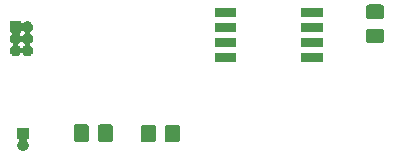
<source format=gbr>
G04 #@! TF.GenerationSoftware,KiCad,Pcbnew,(5.1.2)-1*
G04 #@! TF.CreationDate,2019-08-25T21:22:12-05:00*
G04 #@! TF.ProjectId,attiny-devboard,61747469-6e79-42d6-9465-76626f617264,rev?*
G04 #@! TF.SameCoordinates,Original*
G04 #@! TF.FileFunction,Soldermask,Top*
G04 #@! TF.FilePolarity,Negative*
%FSLAX46Y46*%
G04 Gerber Fmt 4.6, Leading zero omitted, Abs format (unit mm)*
G04 Created by KiCad (PCBNEW (5.1.2)-1) date 2019-08-25 21:22:12*
%MOMM*%
%LPD*%
G04 APERTURE LIST*
%ADD10C,0.100000*%
G04 APERTURE END LIST*
D10*
G36*
X114737900Y-93782900D02*
G01*
X114711925Y-93782900D01*
X114687539Y-93785302D01*
X114664090Y-93792415D01*
X114642479Y-93803966D01*
X114623537Y-93819511D01*
X114607992Y-93838453D01*
X114596441Y-93860064D01*
X114589328Y-93883513D01*
X114586926Y-93907899D01*
X114589328Y-93932285D01*
X114596441Y-93955734D01*
X114615296Y-93987192D01*
X114659594Y-94041169D01*
X114703794Y-94123861D01*
X114731013Y-94213588D01*
X114740203Y-94306900D01*
X114731013Y-94400212D01*
X114703794Y-94489939D01*
X114659594Y-94572631D01*
X114600111Y-94645111D01*
X114527631Y-94704594D01*
X114444939Y-94748794D01*
X114355212Y-94776013D01*
X114285284Y-94782900D01*
X114238516Y-94782900D01*
X114168588Y-94776013D01*
X114078861Y-94748794D01*
X113996169Y-94704594D01*
X113923689Y-94645111D01*
X113864206Y-94572631D01*
X113820006Y-94489939D01*
X113792787Y-94400212D01*
X113783597Y-94306900D01*
X113792787Y-94213588D01*
X113820006Y-94123861D01*
X113864206Y-94041169D01*
X113908506Y-93987189D01*
X113922114Y-93966823D01*
X113931492Y-93944184D01*
X113936272Y-93920151D01*
X113936272Y-93895647D01*
X113931492Y-93871614D01*
X113922114Y-93848975D01*
X113908500Y-93828600D01*
X113891173Y-93811273D01*
X113870799Y-93797660D01*
X113848160Y-93788282D01*
X113811875Y-93782900D01*
X113785900Y-93782900D01*
X113785900Y-92830900D01*
X114737900Y-92830900D01*
X114737900Y-93782900D01*
X114737900Y-93782900D01*
G37*
G36*
X127380074Y-92573065D02*
G01*
X127417767Y-92584499D01*
X127452503Y-92603066D01*
X127482948Y-92628052D01*
X127507934Y-92658497D01*
X127526501Y-92693233D01*
X127537935Y-92730926D01*
X127542400Y-92776261D01*
X127542400Y-93862939D01*
X127537935Y-93908274D01*
X127526501Y-93945967D01*
X127507934Y-93980703D01*
X127482948Y-94011148D01*
X127452503Y-94036134D01*
X127417767Y-94054701D01*
X127380074Y-94066135D01*
X127334739Y-94070600D01*
X126498061Y-94070600D01*
X126452726Y-94066135D01*
X126415033Y-94054701D01*
X126380297Y-94036134D01*
X126349852Y-94011148D01*
X126324866Y-93980703D01*
X126306299Y-93945967D01*
X126294865Y-93908274D01*
X126290400Y-93862939D01*
X126290400Y-92776261D01*
X126294865Y-92730926D01*
X126306299Y-92693233D01*
X126324866Y-92658497D01*
X126349852Y-92628052D01*
X126380297Y-92603066D01*
X126415033Y-92584499D01*
X126452726Y-92573065D01*
X126498061Y-92568600D01*
X127334739Y-92568600D01*
X127380074Y-92573065D01*
X127380074Y-92573065D01*
G37*
G36*
X125330074Y-92573065D02*
G01*
X125367767Y-92584499D01*
X125402503Y-92603066D01*
X125432948Y-92628052D01*
X125457934Y-92658497D01*
X125476501Y-92693233D01*
X125487935Y-92730926D01*
X125492400Y-92776261D01*
X125492400Y-93862939D01*
X125487935Y-93908274D01*
X125476501Y-93945967D01*
X125457934Y-93980703D01*
X125432948Y-94011148D01*
X125402503Y-94036134D01*
X125367767Y-94054701D01*
X125330074Y-94066135D01*
X125284739Y-94070600D01*
X124448061Y-94070600D01*
X124402726Y-94066135D01*
X124365033Y-94054701D01*
X124330297Y-94036134D01*
X124299852Y-94011148D01*
X124274866Y-93980703D01*
X124256299Y-93945967D01*
X124244865Y-93908274D01*
X124240400Y-93862939D01*
X124240400Y-92776261D01*
X124244865Y-92730926D01*
X124256299Y-92693233D01*
X124274866Y-92658497D01*
X124299852Y-92628052D01*
X124330297Y-92603066D01*
X124365033Y-92584499D01*
X124402726Y-92573065D01*
X124448061Y-92568600D01*
X125284739Y-92568600D01*
X125330074Y-92573065D01*
X125330074Y-92573065D01*
G37*
G36*
X119660574Y-92547665D02*
G01*
X119698267Y-92559099D01*
X119733003Y-92577666D01*
X119763448Y-92602652D01*
X119788434Y-92633097D01*
X119807001Y-92667833D01*
X119818435Y-92705526D01*
X119822900Y-92750861D01*
X119822900Y-93837539D01*
X119818435Y-93882874D01*
X119807001Y-93920567D01*
X119788434Y-93955303D01*
X119763448Y-93985748D01*
X119733003Y-94010734D01*
X119698267Y-94029301D01*
X119660574Y-94040735D01*
X119615239Y-94045200D01*
X118778561Y-94045200D01*
X118733226Y-94040735D01*
X118695533Y-94029301D01*
X118660797Y-94010734D01*
X118630352Y-93985748D01*
X118605366Y-93955303D01*
X118586799Y-93920567D01*
X118575365Y-93882874D01*
X118570900Y-93837539D01*
X118570900Y-92750861D01*
X118575365Y-92705526D01*
X118586799Y-92667833D01*
X118605366Y-92633097D01*
X118630352Y-92602652D01*
X118660797Y-92577666D01*
X118695533Y-92559099D01*
X118733226Y-92547665D01*
X118778561Y-92543200D01*
X119615239Y-92543200D01*
X119660574Y-92547665D01*
X119660574Y-92547665D01*
G37*
G36*
X121710574Y-92547665D02*
G01*
X121748267Y-92559099D01*
X121783003Y-92577666D01*
X121813448Y-92602652D01*
X121838434Y-92633097D01*
X121857001Y-92667833D01*
X121868435Y-92705526D01*
X121872900Y-92750861D01*
X121872900Y-93837539D01*
X121868435Y-93882874D01*
X121857001Y-93920567D01*
X121838434Y-93955303D01*
X121813448Y-93985748D01*
X121783003Y-94010734D01*
X121748267Y-94029301D01*
X121710574Y-94040735D01*
X121665239Y-94045200D01*
X120828561Y-94045200D01*
X120783226Y-94040735D01*
X120745533Y-94029301D01*
X120710797Y-94010734D01*
X120680352Y-93985748D01*
X120655366Y-93955303D01*
X120636799Y-93920567D01*
X120625365Y-93882874D01*
X120620900Y-93837539D01*
X120620900Y-92750861D01*
X120625365Y-92705526D01*
X120636799Y-92667833D01*
X120655366Y-92633097D01*
X120680352Y-92602652D01*
X120710797Y-92577666D01*
X120745533Y-92559099D01*
X120783226Y-92547665D01*
X120828561Y-92543200D01*
X121665239Y-92543200D01*
X121710574Y-92547665D01*
X121710574Y-92547665D01*
G37*
G36*
X139628200Y-87231300D02*
G01*
X137826200Y-87231300D01*
X137826200Y-86479300D01*
X139628200Y-86479300D01*
X139628200Y-87231300D01*
X139628200Y-87231300D01*
G37*
G36*
X132328200Y-87231300D02*
G01*
X130526200Y-87231300D01*
X130526200Y-86479300D01*
X132328200Y-86479300D01*
X132328200Y-87231300D01*
X132328200Y-87231300D01*
G37*
G36*
X114115600Y-83839875D02*
G01*
X114118002Y-83864261D01*
X114125115Y-83887710D01*
X114136666Y-83909321D01*
X114152211Y-83928263D01*
X114171153Y-83943808D01*
X114192764Y-83955359D01*
X114216213Y-83962472D01*
X114240599Y-83964874D01*
X114264985Y-83962472D01*
X114288434Y-83955359D01*
X114319892Y-83936504D01*
X114373869Y-83892206D01*
X114456561Y-83848006D01*
X114546288Y-83820787D01*
X114616216Y-83813900D01*
X114662984Y-83813900D01*
X114732912Y-83820787D01*
X114822639Y-83848006D01*
X114905331Y-83892206D01*
X114977811Y-83951689D01*
X115037294Y-84024169D01*
X115081494Y-84106861D01*
X115108713Y-84196588D01*
X115117903Y-84289900D01*
X115108713Y-84383212D01*
X115081494Y-84472939D01*
X115037294Y-84555631D01*
X114977811Y-84628111D01*
X114905331Y-84687594D01*
X114905326Y-84687597D01*
X114898408Y-84693274D01*
X114881081Y-84710601D01*
X114867467Y-84730975D01*
X114858090Y-84753614D01*
X114853309Y-84777647D01*
X114853309Y-84802151D01*
X114858089Y-84826185D01*
X114867466Y-84848824D01*
X114881080Y-84869198D01*
X114898408Y-84886526D01*
X114905326Y-84892203D01*
X114905331Y-84892206D01*
X114977811Y-84951689D01*
X115037294Y-85024169D01*
X115081494Y-85106861D01*
X115108713Y-85196588D01*
X115117903Y-85289900D01*
X115108713Y-85383212D01*
X115081494Y-85472939D01*
X115037294Y-85555631D01*
X114977811Y-85628111D01*
X114905331Y-85687594D01*
X114905326Y-85687597D01*
X114898408Y-85693274D01*
X114881081Y-85710601D01*
X114867467Y-85730975D01*
X114858090Y-85753614D01*
X114853309Y-85777647D01*
X114853309Y-85802151D01*
X114858089Y-85826185D01*
X114867466Y-85848824D01*
X114881080Y-85869198D01*
X114898408Y-85886526D01*
X114905326Y-85892203D01*
X114905331Y-85892206D01*
X114977811Y-85951689D01*
X115037294Y-86024169D01*
X115081494Y-86106861D01*
X115108713Y-86196588D01*
X115117903Y-86289900D01*
X115108713Y-86383212D01*
X115081494Y-86472939D01*
X115037294Y-86555631D01*
X114977811Y-86628111D01*
X114905331Y-86687594D01*
X114822639Y-86731794D01*
X114732912Y-86759013D01*
X114662984Y-86765900D01*
X114616216Y-86765900D01*
X114546288Y-86759013D01*
X114456561Y-86731794D01*
X114373869Y-86687594D01*
X114301389Y-86628111D01*
X114241906Y-86555631D01*
X114241903Y-86555626D01*
X114236226Y-86548708D01*
X114218899Y-86531381D01*
X114198525Y-86517767D01*
X114175886Y-86508390D01*
X114151853Y-86503609D01*
X114127349Y-86503609D01*
X114103315Y-86508389D01*
X114080676Y-86517766D01*
X114060302Y-86531380D01*
X114042974Y-86548708D01*
X114037297Y-86555626D01*
X114037294Y-86555631D01*
X113977811Y-86628111D01*
X113905331Y-86687594D01*
X113822639Y-86731794D01*
X113732912Y-86759013D01*
X113662984Y-86765900D01*
X113616216Y-86765900D01*
X113546288Y-86759013D01*
X113456561Y-86731794D01*
X113373869Y-86687594D01*
X113301389Y-86628111D01*
X113241906Y-86555631D01*
X113197706Y-86472939D01*
X113170487Y-86383212D01*
X113161297Y-86289900D01*
X113170487Y-86196588D01*
X113197706Y-86106861D01*
X113241906Y-86024169D01*
X113301389Y-85951689D01*
X113373869Y-85892206D01*
X113373874Y-85892203D01*
X113380792Y-85886526D01*
X113398119Y-85869199D01*
X113411733Y-85848825D01*
X113421110Y-85826186D01*
X113425891Y-85802153D01*
X113425891Y-85777649D01*
X113425891Y-85777647D01*
X113853309Y-85777647D01*
X113853309Y-85802151D01*
X113858089Y-85826185D01*
X113867466Y-85848824D01*
X113881080Y-85869198D01*
X113898408Y-85886526D01*
X113905326Y-85892203D01*
X113905331Y-85892206D01*
X113977811Y-85951689D01*
X114037294Y-86024169D01*
X114037297Y-86024174D01*
X114042974Y-86031092D01*
X114060301Y-86048419D01*
X114080675Y-86062033D01*
X114103314Y-86071410D01*
X114127347Y-86076191D01*
X114151851Y-86076191D01*
X114175885Y-86071411D01*
X114198524Y-86062034D01*
X114218898Y-86048420D01*
X114236226Y-86031092D01*
X114241903Y-86024174D01*
X114241906Y-86024169D01*
X114301389Y-85951689D01*
X114373869Y-85892206D01*
X114373874Y-85892203D01*
X114380792Y-85886526D01*
X114398119Y-85869199D01*
X114411733Y-85848825D01*
X114421110Y-85826186D01*
X114425891Y-85802153D01*
X114425891Y-85777649D01*
X114421111Y-85753615D01*
X114411734Y-85730976D01*
X114398120Y-85710602D01*
X114380792Y-85693274D01*
X114373874Y-85687597D01*
X114373869Y-85687594D01*
X114301389Y-85628111D01*
X114241906Y-85555631D01*
X114241903Y-85555626D01*
X114236226Y-85548708D01*
X114218899Y-85531381D01*
X114198525Y-85517767D01*
X114175886Y-85508390D01*
X114151853Y-85503609D01*
X114127349Y-85503609D01*
X114103315Y-85508389D01*
X114080676Y-85517766D01*
X114060302Y-85531380D01*
X114042974Y-85548708D01*
X114037297Y-85555626D01*
X114037294Y-85555631D01*
X113977811Y-85628111D01*
X113905331Y-85687594D01*
X113905326Y-85687597D01*
X113898408Y-85693274D01*
X113881081Y-85710601D01*
X113867467Y-85730975D01*
X113858090Y-85753614D01*
X113853309Y-85777647D01*
X113425891Y-85777647D01*
X113421111Y-85753615D01*
X113411734Y-85730976D01*
X113398120Y-85710602D01*
X113380792Y-85693274D01*
X113373874Y-85687597D01*
X113373869Y-85687594D01*
X113301389Y-85628111D01*
X113241906Y-85555631D01*
X113197706Y-85472939D01*
X113170487Y-85383212D01*
X113161297Y-85289900D01*
X113170487Y-85196588D01*
X113197706Y-85106861D01*
X113241906Y-85024169D01*
X113286206Y-84970189D01*
X113299814Y-84949823D01*
X113309192Y-84927184D01*
X113313972Y-84903151D01*
X113313972Y-84890899D01*
X113964626Y-84890899D01*
X113967028Y-84915285D01*
X113974141Y-84938734D01*
X113992996Y-84970192D01*
X114037294Y-85024169D01*
X114037297Y-85024174D01*
X114042974Y-85031092D01*
X114060301Y-85048419D01*
X114080676Y-85062033D01*
X114103314Y-85071411D01*
X114127348Y-85076191D01*
X114151852Y-85076191D01*
X114175885Y-85071411D01*
X114198524Y-85062033D01*
X114218898Y-85048420D01*
X114236226Y-85031092D01*
X114241903Y-85024174D01*
X114241906Y-85024169D01*
X114286206Y-84970189D01*
X114299814Y-84949823D01*
X114300522Y-84948114D01*
X114319892Y-84936504D01*
X114373869Y-84892206D01*
X114373874Y-84892203D01*
X114380792Y-84886526D01*
X114398119Y-84869199D01*
X114411733Y-84848824D01*
X114421111Y-84826186D01*
X114425891Y-84802152D01*
X114425891Y-84777648D01*
X114421111Y-84753615D01*
X114411733Y-84730976D01*
X114398120Y-84710602D01*
X114380792Y-84693274D01*
X114373874Y-84687597D01*
X114373869Y-84687594D01*
X114319889Y-84643294D01*
X114299523Y-84629686D01*
X114276884Y-84620308D01*
X114252851Y-84615528D01*
X114228347Y-84615528D01*
X114204313Y-84620308D01*
X114181675Y-84629686D01*
X114161300Y-84643300D01*
X114143973Y-84660627D01*
X114130360Y-84681001D01*
X114120982Y-84703640D01*
X114115600Y-84739925D01*
X114115600Y-84765900D01*
X114089625Y-84765900D01*
X114065239Y-84768302D01*
X114041790Y-84775415D01*
X114020179Y-84786966D01*
X114001237Y-84802511D01*
X113985692Y-84821453D01*
X113974141Y-84843064D01*
X113967028Y-84866513D01*
X113964626Y-84890899D01*
X113313972Y-84890899D01*
X113313972Y-84878647D01*
X113309192Y-84854614D01*
X113299814Y-84831975D01*
X113286200Y-84811600D01*
X113268873Y-84794273D01*
X113248499Y-84780660D01*
X113225860Y-84771282D01*
X113189575Y-84765900D01*
X113163600Y-84765900D01*
X113163600Y-83813900D01*
X114115600Y-83813900D01*
X114115600Y-83839875D01*
X114115600Y-83839875D01*
G37*
G36*
X132328200Y-85961300D02*
G01*
X130526200Y-85961300D01*
X130526200Y-85209300D01*
X132328200Y-85209300D01*
X132328200Y-85961300D01*
X132328200Y-85961300D01*
G37*
G36*
X139628200Y-85961300D02*
G01*
X137826200Y-85961300D01*
X137826200Y-85209300D01*
X139628200Y-85209300D01*
X139628200Y-85961300D01*
X139628200Y-85961300D01*
G37*
G36*
X144657474Y-84455765D02*
G01*
X144695167Y-84467199D01*
X144729903Y-84485766D01*
X144760348Y-84510752D01*
X144785334Y-84541197D01*
X144803901Y-84575933D01*
X144815335Y-84613626D01*
X144819800Y-84658961D01*
X144819800Y-85495639D01*
X144815335Y-85540974D01*
X144803901Y-85578667D01*
X144785334Y-85613403D01*
X144760348Y-85643848D01*
X144729903Y-85668834D01*
X144695167Y-85687401D01*
X144657474Y-85698835D01*
X144612139Y-85703300D01*
X143525461Y-85703300D01*
X143480126Y-85698835D01*
X143442433Y-85687401D01*
X143407697Y-85668834D01*
X143377252Y-85643848D01*
X143352266Y-85613403D01*
X143333699Y-85578667D01*
X143322265Y-85540974D01*
X143317800Y-85495639D01*
X143317800Y-84658961D01*
X143322265Y-84613626D01*
X143333699Y-84575933D01*
X143352266Y-84541197D01*
X143377252Y-84510752D01*
X143407697Y-84485766D01*
X143442433Y-84467199D01*
X143480126Y-84455765D01*
X143525461Y-84451300D01*
X144612139Y-84451300D01*
X144657474Y-84455765D01*
X144657474Y-84455765D01*
G37*
G36*
X132328200Y-84691300D02*
G01*
X130526200Y-84691300D01*
X130526200Y-83939300D01*
X132328200Y-83939300D01*
X132328200Y-84691300D01*
X132328200Y-84691300D01*
G37*
G36*
X139628200Y-84691300D02*
G01*
X137826200Y-84691300D01*
X137826200Y-83939300D01*
X139628200Y-83939300D01*
X139628200Y-84691300D01*
X139628200Y-84691300D01*
G37*
G36*
X144657474Y-82405765D02*
G01*
X144695167Y-82417199D01*
X144729903Y-82435766D01*
X144760348Y-82460752D01*
X144785334Y-82491197D01*
X144803901Y-82525933D01*
X144815335Y-82563626D01*
X144819800Y-82608961D01*
X144819800Y-83445639D01*
X144815335Y-83490974D01*
X144803901Y-83528667D01*
X144785334Y-83563403D01*
X144760348Y-83593848D01*
X144729903Y-83618834D01*
X144695167Y-83637401D01*
X144657474Y-83648835D01*
X144612139Y-83653300D01*
X143525461Y-83653300D01*
X143480126Y-83648835D01*
X143442433Y-83637401D01*
X143407697Y-83618834D01*
X143377252Y-83593848D01*
X143352266Y-83563403D01*
X143333699Y-83528667D01*
X143322265Y-83490974D01*
X143317800Y-83445639D01*
X143317800Y-82608961D01*
X143322265Y-82563626D01*
X143333699Y-82525933D01*
X143352266Y-82491197D01*
X143377252Y-82460752D01*
X143407697Y-82435766D01*
X143442433Y-82417199D01*
X143480126Y-82405765D01*
X143525461Y-82401300D01*
X144612139Y-82401300D01*
X144657474Y-82405765D01*
X144657474Y-82405765D01*
G37*
G36*
X132328200Y-83421300D02*
G01*
X130526200Y-83421300D01*
X130526200Y-82669300D01*
X132328200Y-82669300D01*
X132328200Y-83421300D01*
X132328200Y-83421300D01*
G37*
G36*
X139628200Y-83421300D02*
G01*
X137826200Y-83421300D01*
X137826200Y-82669300D01*
X139628200Y-82669300D01*
X139628200Y-83421300D01*
X139628200Y-83421300D01*
G37*
M02*

</source>
